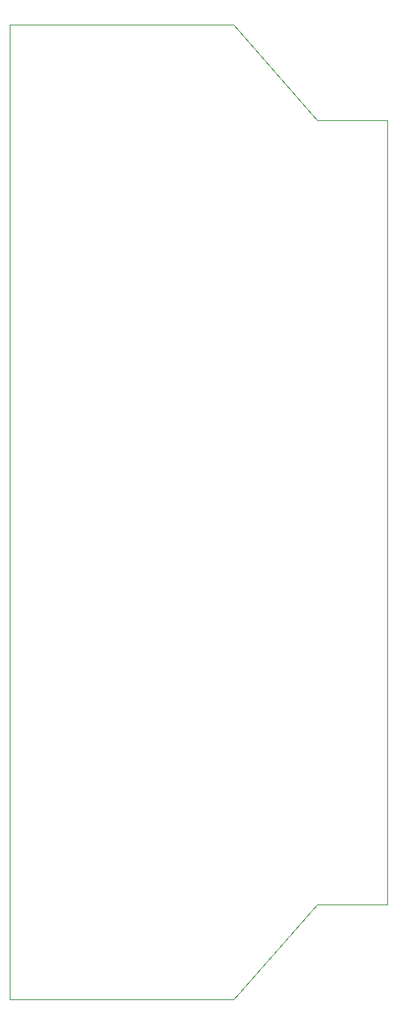
<source format=gbr>
%TF.GenerationSoftware,KiCad,Pcbnew,9.0.0-9.0.0-2~ubuntu24.04.1*%
%TF.CreationDate,2025-03-20T00:33:01-04:00*%
%TF.ProjectId,LVDS-PMOD,4c564453-2d50-44d4-9f44-2e6b69636164,1*%
%TF.SameCoordinates,Original*%
%TF.FileFunction,Profile,NP*%
%FSLAX46Y46*%
G04 Gerber Fmt 4.6, Leading zero omitted, Abs format (unit mm)*
G04 Created by KiCad (PCBNEW 9.0.0-9.0.0-2~ubuntu24.04.1) date 2025-03-20 00:33:01*
%MOMM*%
%LPD*%
G01*
G04 APERTURE LIST*
%TA.AperFunction,Profile*%
%ADD10C,0.050000*%
%TD*%
G04 APERTURE END LIST*
D10*
X66644500Y-42545000D02*
X74582000Y-42545000D01*
X74582000Y-131445000D01*
X66644500Y-131445000D01*
X57119500Y-142240000D01*
X31719500Y-142240000D01*
X31719500Y-31750000D01*
X57119500Y-31750000D01*
X66644500Y-42545000D01*
M02*

</source>
